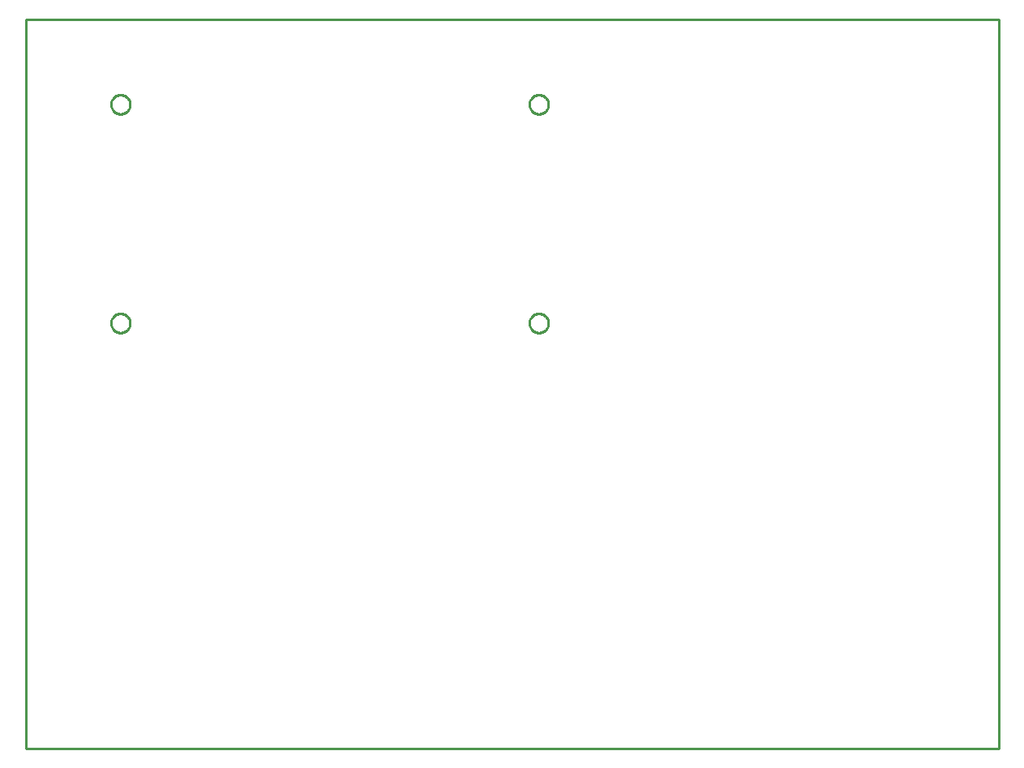
<source format=gbr>
G04 EAGLE Gerber RS-274X export*
G75*
%MOMM*%
%FSLAX34Y34*%
%LPD*%
%IN*%
%IPPOS*%
%AMOC8*
5,1,8,0,0,1.08239X$1,22.5*%
G01*
%ADD10C,0.254000*%


D10*
X0Y0D02*
X1016000Y0D01*
X1016000Y762000D01*
X0Y762000D01*
X0Y0D01*
X525940Y444063D02*
X526016Y443194D01*
X526168Y442334D01*
X526394Y441490D01*
X526692Y440670D01*
X527061Y439878D01*
X527498Y439122D01*
X527999Y438407D01*
X528560Y437738D01*
X529178Y437120D01*
X529847Y436559D01*
X530562Y436058D01*
X531318Y435621D01*
X532110Y435252D01*
X532930Y434954D01*
X533774Y434728D01*
X534634Y434576D01*
X535503Y434500D01*
X536377Y434500D01*
X537247Y434576D01*
X538106Y434728D01*
X538950Y434954D01*
X539770Y435252D01*
X540562Y435621D01*
X541318Y436058D01*
X542033Y436559D01*
X542702Y437120D01*
X543320Y437738D01*
X543881Y438407D01*
X544382Y439122D01*
X544819Y439878D01*
X545188Y440670D01*
X545486Y441490D01*
X545712Y442334D01*
X545864Y443194D01*
X545940Y444063D01*
X545940Y444937D01*
X545864Y445807D01*
X545712Y446666D01*
X545486Y447510D01*
X545188Y448330D01*
X544819Y449122D01*
X544382Y449878D01*
X543881Y450593D01*
X543320Y451262D01*
X542702Y451880D01*
X542033Y452441D01*
X541318Y452942D01*
X540562Y453379D01*
X539770Y453748D01*
X538950Y454046D01*
X538106Y454272D01*
X537247Y454424D01*
X536377Y454500D01*
X535503Y454500D01*
X534634Y454424D01*
X533774Y454272D01*
X532930Y454046D01*
X532110Y453748D01*
X531318Y453379D01*
X530562Y452942D01*
X529847Y452441D01*
X529178Y451880D01*
X528560Y451262D01*
X527999Y450593D01*
X527498Y449878D01*
X527061Y449122D01*
X526692Y448330D01*
X526394Y447510D01*
X526168Y446666D01*
X526016Y445807D01*
X525940Y444937D01*
X525940Y444063D01*
X89060Y444063D02*
X89136Y443194D01*
X89288Y442334D01*
X89514Y441490D01*
X89812Y440670D01*
X90181Y439878D01*
X90618Y439122D01*
X91119Y438407D01*
X91680Y437738D01*
X92298Y437120D01*
X92967Y436559D01*
X93682Y436058D01*
X94438Y435621D01*
X95230Y435252D01*
X96050Y434954D01*
X96894Y434728D01*
X97754Y434576D01*
X98623Y434500D01*
X99497Y434500D01*
X100367Y434576D01*
X101226Y434728D01*
X102070Y434954D01*
X102890Y435252D01*
X103682Y435621D01*
X104438Y436058D01*
X105153Y436559D01*
X105822Y437120D01*
X106440Y437738D01*
X107001Y438407D01*
X107502Y439122D01*
X107939Y439878D01*
X108308Y440670D01*
X108606Y441490D01*
X108832Y442334D01*
X108984Y443194D01*
X109060Y444063D01*
X109060Y444937D01*
X108984Y445807D01*
X108832Y446666D01*
X108606Y447510D01*
X108308Y448330D01*
X107939Y449122D01*
X107502Y449878D01*
X107001Y450593D01*
X106440Y451262D01*
X105822Y451880D01*
X105153Y452441D01*
X104438Y452942D01*
X103682Y453379D01*
X102890Y453748D01*
X102070Y454046D01*
X101226Y454272D01*
X100367Y454424D01*
X99497Y454500D01*
X98623Y454500D01*
X97754Y454424D01*
X96894Y454272D01*
X96050Y454046D01*
X95230Y453748D01*
X94438Y453379D01*
X93682Y452942D01*
X92967Y452441D01*
X92298Y451880D01*
X91680Y451262D01*
X91119Y450593D01*
X90618Y449878D01*
X90181Y449122D01*
X89812Y448330D01*
X89514Y447510D01*
X89288Y446666D01*
X89136Y445807D01*
X89060Y444937D01*
X89060Y444063D01*
X525940Y672663D02*
X526016Y671794D01*
X526168Y670934D01*
X526394Y670090D01*
X526692Y669270D01*
X527061Y668478D01*
X527498Y667722D01*
X527999Y667007D01*
X528560Y666338D01*
X529178Y665720D01*
X529847Y665159D01*
X530562Y664658D01*
X531318Y664221D01*
X532110Y663852D01*
X532930Y663554D01*
X533774Y663328D01*
X534634Y663176D01*
X535503Y663100D01*
X536377Y663100D01*
X537247Y663176D01*
X538106Y663328D01*
X538950Y663554D01*
X539770Y663852D01*
X540562Y664221D01*
X541318Y664658D01*
X542033Y665159D01*
X542702Y665720D01*
X543320Y666338D01*
X543881Y667007D01*
X544382Y667722D01*
X544819Y668478D01*
X545188Y669270D01*
X545486Y670090D01*
X545712Y670934D01*
X545864Y671794D01*
X545940Y672663D01*
X545940Y673537D01*
X545864Y674407D01*
X545712Y675266D01*
X545486Y676110D01*
X545188Y676930D01*
X544819Y677722D01*
X544382Y678478D01*
X543881Y679193D01*
X543320Y679862D01*
X542702Y680480D01*
X542033Y681041D01*
X541318Y681542D01*
X540562Y681979D01*
X539770Y682348D01*
X538950Y682646D01*
X538106Y682872D01*
X537247Y683024D01*
X536377Y683100D01*
X535503Y683100D01*
X534634Y683024D01*
X533774Y682872D01*
X532930Y682646D01*
X532110Y682348D01*
X531318Y681979D01*
X530562Y681542D01*
X529847Y681041D01*
X529178Y680480D01*
X528560Y679862D01*
X527999Y679193D01*
X527498Y678478D01*
X527061Y677722D01*
X526692Y676930D01*
X526394Y676110D01*
X526168Y675266D01*
X526016Y674407D01*
X525940Y673537D01*
X525940Y672663D01*
X89060Y672663D02*
X89136Y671794D01*
X89288Y670934D01*
X89514Y670090D01*
X89812Y669270D01*
X90181Y668478D01*
X90618Y667722D01*
X91119Y667007D01*
X91680Y666338D01*
X92298Y665720D01*
X92967Y665159D01*
X93682Y664658D01*
X94438Y664221D01*
X95230Y663852D01*
X96050Y663554D01*
X96894Y663328D01*
X97754Y663176D01*
X98623Y663100D01*
X99497Y663100D01*
X100367Y663176D01*
X101226Y663328D01*
X102070Y663554D01*
X102890Y663852D01*
X103682Y664221D01*
X104438Y664658D01*
X105153Y665159D01*
X105822Y665720D01*
X106440Y666338D01*
X107001Y667007D01*
X107502Y667722D01*
X107939Y668478D01*
X108308Y669270D01*
X108606Y670090D01*
X108832Y670934D01*
X108984Y671794D01*
X109060Y672663D01*
X109060Y673537D01*
X108984Y674407D01*
X108832Y675266D01*
X108606Y676110D01*
X108308Y676930D01*
X107939Y677722D01*
X107502Y678478D01*
X107001Y679193D01*
X106440Y679862D01*
X105822Y680480D01*
X105153Y681041D01*
X104438Y681542D01*
X103682Y681979D01*
X102890Y682348D01*
X102070Y682646D01*
X101226Y682872D01*
X100367Y683024D01*
X99497Y683100D01*
X98623Y683100D01*
X97754Y683024D01*
X96894Y682872D01*
X96050Y682646D01*
X95230Y682348D01*
X94438Y681979D01*
X93682Y681542D01*
X92967Y681041D01*
X92298Y680480D01*
X91680Y679862D01*
X91119Y679193D01*
X90618Y678478D01*
X90181Y677722D01*
X89812Y676930D01*
X89514Y676110D01*
X89288Y675266D01*
X89136Y674407D01*
X89060Y673537D01*
X89060Y672663D01*
M02*

</source>
